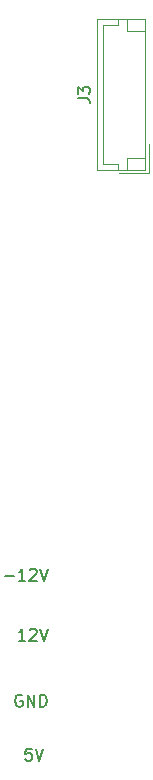
<source format=gbr>
%TF.GenerationSoftware,KiCad,Pcbnew,7.0.11+dfsg-1build4*%
%TF.CreationDate,2024-12-30T23:49:52+01:00*%
%TF.ProjectId,Z80-Backplane,5a38302d-4261-4636-9b70-6c616e652e6b,rev?*%
%TF.SameCoordinates,Original*%
%TF.FileFunction,Legend,Top*%
%TF.FilePolarity,Positive*%
%FSLAX46Y46*%
G04 Gerber Fmt 4.6, Leading zero omitted, Abs format (unit mm)*
G04 Created by KiCad (PCBNEW 7.0.11+dfsg-1build4) date 2024-12-30 23:49:52*
%MOMM*%
%LPD*%
G01*
G04 APERTURE LIST*
%ADD10C,0.150000*%
%ADD11C,0.120000*%
G04 APERTURE END LIST*
D10*
X58221695Y-142694819D02*
X57650267Y-142694819D01*
X57935981Y-142694819D02*
X57935981Y-141694819D01*
X57935981Y-141694819D02*
X57840743Y-141837676D01*
X57840743Y-141837676D02*
X57745505Y-141932914D01*
X57745505Y-141932914D02*
X57650267Y-141980533D01*
X58602648Y-141790057D02*
X58650267Y-141742438D01*
X58650267Y-141742438D02*
X58745505Y-141694819D01*
X58745505Y-141694819D02*
X58983600Y-141694819D01*
X58983600Y-141694819D02*
X59078838Y-141742438D01*
X59078838Y-141742438D02*
X59126457Y-141790057D01*
X59126457Y-141790057D02*
X59174076Y-141885295D01*
X59174076Y-141885295D02*
X59174076Y-141980533D01*
X59174076Y-141980533D02*
X59126457Y-142123390D01*
X59126457Y-142123390D02*
X58555029Y-142694819D01*
X58555029Y-142694819D02*
X59174076Y-142694819D01*
X59459791Y-141694819D02*
X59793124Y-142694819D01*
X59793124Y-142694819D02*
X60126457Y-141694819D01*
X57935981Y-147330438D02*
X57840743Y-147282819D01*
X57840743Y-147282819D02*
X57697886Y-147282819D01*
X57697886Y-147282819D02*
X57555029Y-147330438D01*
X57555029Y-147330438D02*
X57459791Y-147425676D01*
X57459791Y-147425676D02*
X57412172Y-147520914D01*
X57412172Y-147520914D02*
X57364553Y-147711390D01*
X57364553Y-147711390D02*
X57364553Y-147854247D01*
X57364553Y-147854247D02*
X57412172Y-148044723D01*
X57412172Y-148044723D02*
X57459791Y-148139961D01*
X57459791Y-148139961D02*
X57555029Y-148235200D01*
X57555029Y-148235200D02*
X57697886Y-148282819D01*
X57697886Y-148282819D02*
X57793124Y-148282819D01*
X57793124Y-148282819D02*
X57935981Y-148235200D01*
X57935981Y-148235200D02*
X57983600Y-148187580D01*
X57983600Y-148187580D02*
X57983600Y-147854247D01*
X57983600Y-147854247D02*
X57793124Y-147854247D01*
X58412172Y-148282819D02*
X58412172Y-147282819D01*
X58412172Y-147282819D02*
X58983600Y-148282819D01*
X58983600Y-148282819D02*
X58983600Y-147282819D01*
X59459791Y-148282819D02*
X59459791Y-147282819D01*
X59459791Y-147282819D02*
X59697886Y-147282819D01*
X59697886Y-147282819D02*
X59840743Y-147330438D01*
X59840743Y-147330438D02*
X59935981Y-147425676D01*
X59935981Y-147425676D02*
X59983600Y-147520914D01*
X59983600Y-147520914D02*
X60031219Y-147711390D01*
X60031219Y-147711390D02*
X60031219Y-147854247D01*
X60031219Y-147854247D02*
X59983600Y-148044723D01*
X59983600Y-148044723D02*
X59935981Y-148139961D01*
X59935981Y-148139961D02*
X59840743Y-148235200D01*
X59840743Y-148235200D02*
X59697886Y-148282819D01*
X59697886Y-148282819D02*
X59459791Y-148282819D01*
X56459791Y-137233866D02*
X57221696Y-137233866D01*
X58221695Y-137614819D02*
X57650267Y-137614819D01*
X57935981Y-137614819D02*
X57935981Y-136614819D01*
X57935981Y-136614819D02*
X57840743Y-136757676D01*
X57840743Y-136757676D02*
X57745505Y-136852914D01*
X57745505Y-136852914D02*
X57650267Y-136900533D01*
X58602648Y-136710057D02*
X58650267Y-136662438D01*
X58650267Y-136662438D02*
X58745505Y-136614819D01*
X58745505Y-136614819D02*
X58983600Y-136614819D01*
X58983600Y-136614819D02*
X59078838Y-136662438D01*
X59078838Y-136662438D02*
X59126457Y-136710057D01*
X59126457Y-136710057D02*
X59174076Y-136805295D01*
X59174076Y-136805295D02*
X59174076Y-136900533D01*
X59174076Y-136900533D02*
X59126457Y-137043390D01*
X59126457Y-137043390D02*
X58555029Y-137614819D01*
X58555029Y-137614819D02*
X59174076Y-137614819D01*
X59459791Y-136614819D02*
X59793124Y-137614819D01*
X59793124Y-137614819D02*
X60126457Y-136614819D01*
X58750077Y-151854819D02*
X58273887Y-151854819D01*
X58273887Y-151854819D02*
X58226268Y-152331009D01*
X58226268Y-152331009D02*
X58273887Y-152283390D01*
X58273887Y-152283390D02*
X58369125Y-152235771D01*
X58369125Y-152235771D02*
X58607220Y-152235771D01*
X58607220Y-152235771D02*
X58702458Y-152283390D01*
X58702458Y-152283390D02*
X58750077Y-152331009D01*
X58750077Y-152331009D02*
X58797696Y-152426247D01*
X58797696Y-152426247D02*
X58797696Y-152664342D01*
X58797696Y-152664342D02*
X58750077Y-152759580D01*
X58750077Y-152759580D02*
X58702458Y-152807200D01*
X58702458Y-152807200D02*
X58607220Y-152854819D01*
X58607220Y-152854819D02*
X58369125Y-152854819D01*
X58369125Y-152854819D02*
X58273887Y-152807200D01*
X58273887Y-152807200D02*
X58226268Y-152759580D01*
X59083411Y-151854819D02*
X59416744Y-152854819D01*
X59416744Y-152854819D02*
X59750077Y-151854819D01*
X62694819Y-96793333D02*
X63409104Y-96793333D01*
X63409104Y-96793333D02*
X63551961Y-96840952D01*
X63551961Y-96840952D02*
X63647200Y-96936190D01*
X63647200Y-96936190D02*
X63694819Y-97079047D01*
X63694819Y-97079047D02*
X63694819Y-97174285D01*
X62694819Y-96412380D02*
X62694819Y-95793333D01*
X62694819Y-95793333D02*
X63075771Y-96126666D01*
X63075771Y-96126666D02*
X63075771Y-95983809D01*
X63075771Y-95983809D02*
X63123390Y-95888571D01*
X63123390Y-95888571D02*
X63171009Y-95840952D01*
X63171009Y-95840952D02*
X63266247Y-95793333D01*
X63266247Y-95793333D02*
X63504342Y-95793333D01*
X63504342Y-95793333D02*
X63599580Y-95840952D01*
X63599580Y-95840952D02*
X63647200Y-95888571D01*
X63647200Y-95888571D02*
X63694819Y-95983809D01*
X63694819Y-95983809D02*
X63694819Y-96269523D01*
X63694819Y-96269523D02*
X63647200Y-96364761D01*
X63647200Y-96364761D02*
X63599580Y-96412380D01*
D11*
%TO.C,J3*%
X64330000Y-102820000D02*
X68350000Y-102820000D01*
X64330000Y-90100000D02*
X64330000Y-102820000D01*
X66850000Y-90100000D02*
X66850000Y-91100000D01*
X64830000Y-90600000D02*
X66040000Y-90600000D01*
X66850000Y-102820000D02*
X66850000Y-101820000D01*
X66040000Y-102320000D02*
X64830000Y-102320000D01*
X66850000Y-91100000D02*
X68350000Y-91100000D01*
X66040000Y-90600000D02*
X66040000Y-90100000D01*
X64830000Y-102320000D02*
X64830000Y-90600000D01*
X66850000Y-101820000D02*
X68350000Y-101820000D01*
X68350000Y-90100000D02*
X64330000Y-90100000D01*
X66040000Y-102820000D02*
X66040000Y-102320000D01*
X66150000Y-103120000D02*
X68650000Y-103120000D01*
X68350000Y-102820000D02*
X68350000Y-90100000D01*
X68650000Y-103120000D02*
X68650000Y-100620000D01*
%TD*%
M02*

</source>
